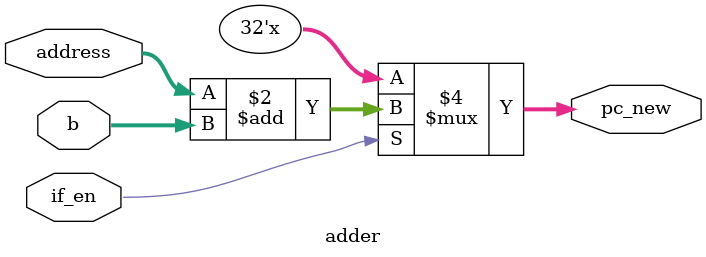
<source format=sv>
module adder
(   input logic if_en,
    input logic [31:0] address, b,
    output logic [31:0] pc_new
);

always_comb
if(if_en)begin
pc_new = address + b;
end
endmodule
</source>
